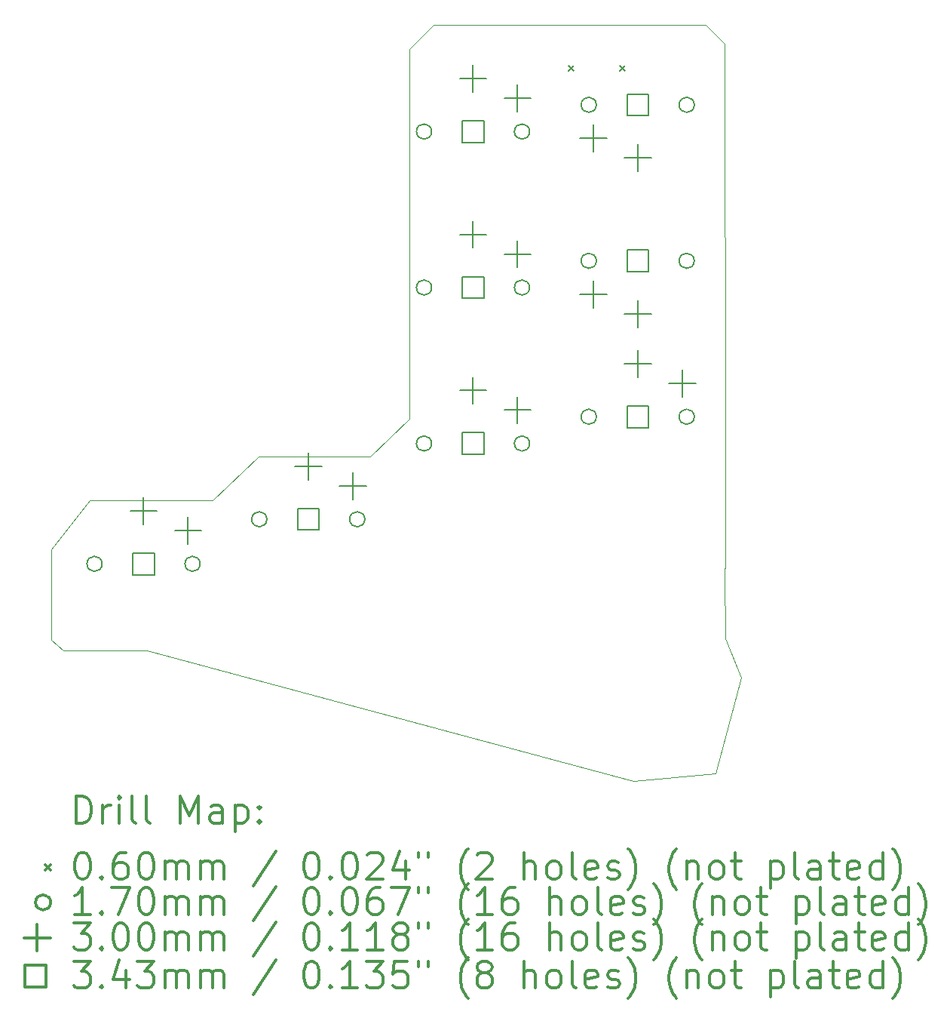
<source format=gbr>
%FSLAX45Y45*%
G04 Gerber Fmt 4.5, Leading zero omitted, Abs format (unit mm)*
G04 Created by KiCad (PCBNEW (5.1.4)-1) date 2023-01-09 13:33:57*
%MOMM*%
%LPD*%
G04 APERTURE LIST*
%ADD10C,0.050000*%
%ADD11C,0.200000*%
%ADD12C,0.300000*%
G04 APERTURE END LIST*
D10*
X9050000Y-43850000D02*
X7800000Y-43850000D01*
X6523279Y-46021295D02*
X6543279Y-46021295D01*
X9493279Y-39271295D02*
X9493279Y-43421295D01*
X12925419Y-47405040D02*
X12003279Y-47491295D01*
X12925419Y-47405040D02*
X13213232Y-46328860D01*
X13031346Y-39391871D02*
X13031480Y-39216016D01*
X13033920Y-43349053D02*
X13032767Y-45050023D01*
X13033421Y-45883812D02*
X13032185Y-45151986D01*
X13033421Y-45883812D02*
X13213232Y-46328860D01*
X13031480Y-39216016D02*
X12813279Y-39001295D01*
X7800000Y-43850000D02*
X7283279Y-44341295D01*
X9763279Y-39001295D02*
X9493279Y-39271295D01*
X9763279Y-39001295D02*
X12813279Y-39001295D01*
X5463279Y-44891295D02*
X5463279Y-45901295D01*
X5463279Y-44891295D02*
X5903279Y-44341295D01*
X5463279Y-45901295D02*
X5603279Y-46021295D01*
X6523279Y-46021295D02*
X5603279Y-46021295D01*
X9050000Y-43850000D02*
X9493279Y-43421295D01*
X13031346Y-39391871D02*
X13033920Y-43349053D01*
X13032185Y-45151986D02*
X13032767Y-45050023D01*
X12003279Y-47491295D02*
X6543279Y-46021295D01*
X7283279Y-44341295D02*
X5903279Y-44341295D01*
D11*
X11273000Y-39459000D02*
X11333000Y-39519000D01*
X11333000Y-39459000D02*
X11273000Y-39519000D01*
X11851000Y-39459000D02*
X11911000Y-39519000D01*
X11911000Y-39459000D02*
X11851000Y-39519000D01*
X9738369Y-43701295D02*
G75*
G03X9738369Y-43701295I-85090J0D01*
G01*
X10838369Y-43701295D02*
G75*
G03X10838369Y-43701295I-85090J0D01*
G01*
X9738369Y-41951295D02*
G75*
G03X9738369Y-41951295I-85090J0D01*
G01*
X10838369Y-41951295D02*
G75*
G03X10838369Y-41951295I-85090J0D01*
G01*
X7888369Y-44551295D02*
G75*
G03X7888369Y-44551295I-85090J0D01*
G01*
X8988369Y-44551295D02*
G75*
G03X8988369Y-44551295I-85090J0D01*
G01*
X11588369Y-43401295D02*
G75*
G03X11588369Y-43401295I-85090J0D01*
G01*
X12688369Y-43401295D02*
G75*
G03X12688369Y-43401295I-85090J0D01*
G01*
X11588369Y-41651295D02*
G75*
G03X11588369Y-41651295I-85090J0D01*
G01*
X12688369Y-41651295D02*
G75*
G03X12688369Y-41651295I-85090J0D01*
G01*
X11588369Y-39901295D02*
G75*
G03X11588369Y-39901295I-85090J0D01*
G01*
X12688369Y-39901295D02*
G75*
G03X12688369Y-39901295I-85090J0D01*
G01*
X6038369Y-45051295D02*
G75*
G03X6038369Y-45051295I-85090J0D01*
G01*
X7138369Y-45051295D02*
G75*
G03X7138369Y-45051295I-85090J0D01*
G01*
X9738369Y-40201295D02*
G75*
G03X9738369Y-40201295I-85090J0D01*
G01*
X10838369Y-40201295D02*
G75*
G03X10838369Y-40201295I-85090J0D01*
G01*
X11553279Y-40126295D02*
X11553279Y-40426295D01*
X11403279Y-40276295D02*
X11703279Y-40276295D01*
X12053279Y-40346295D02*
X12053279Y-40646295D01*
X11903279Y-40496295D02*
X12203279Y-40496295D01*
X6503279Y-44306295D02*
X6503279Y-44606295D01*
X6353279Y-44456295D02*
X6653279Y-44456295D01*
X7003279Y-44526295D02*
X7003279Y-44826295D01*
X6853279Y-44676295D02*
X7153279Y-44676295D01*
X10203279Y-39456295D02*
X10203279Y-39756295D01*
X10053279Y-39606295D02*
X10353279Y-39606295D01*
X10703279Y-39676295D02*
X10703279Y-39976295D01*
X10553279Y-39826295D02*
X10853279Y-39826295D01*
X10203279Y-42956295D02*
X10203279Y-43256295D01*
X10053279Y-43106295D02*
X10353279Y-43106295D01*
X10703279Y-43176295D02*
X10703279Y-43476295D01*
X10553279Y-43326295D02*
X10853279Y-43326295D01*
X10203279Y-41206295D02*
X10203279Y-41506295D01*
X10053279Y-41356295D02*
X10353279Y-41356295D01*
X10703279Y-41426295D02*
X10703279Y-41726295D01*
X10553279Y-41576295D02*
X10853279Y-41576295D01*
X8353279Y-43806295D02*
X8353279Y-44106295D01*
X8203279Y-43956295D02*
X8503279Y-43956295D01*
X8853279Y-44026295D02*
X8853279Y-44326295D01*
X8703279Y-44176295D02*
X9003279Y-44176295D01*
X12053279Y-42656295D02*
X12053279Y-42956295D01*
X11903279Y-42806295D02*
X12203279Y-42806295D01*
X12553279Y-42876295D02*
X12553279Y-43176295D01*
X12403279Y-43026295D02*
X12703279Y-43026295D01*
X11553279Y-41876295D02*
X11553279Y-42176295D01*
X11403279Y-42026295D02*
X11703279Y-42026295D01*
X12053279Y-42096295D02*
X12053279Y-42396295D01*
X11903279Y-42246295D02*
X12203279Y-42246295D01*
X6624513Y-45172530D02*
X6624513Y-44930061D01*
X6382044Y-44930061D01*
X6382044Y-45172530D01*
X6624513Y-45172530D01*
X10324514Y-40322530D02*
X10324514Y-40080061D01*
X10082044Y-40080061D01*
X10082044Y-40322530D01*
X10324514Y-40322530D01*
X8474514Y-44672530D02*
X8474514Y-44430061D01*
X8232044Y-44430061D01*
X8232044Y-44672530D01*
X8474514Y-44672530D01*
X12174513Y-43522530D02*
X12174513Y-43280061D01*
X11932044Y-43280061D01*
X11932044Y-43522530D01*
X12174513Y-43522530D01*
X12174514Y-40022530D02*
X12174514Y-39780061D01*
X11932044Y-39780061D01*
X11932044Y-40022530D01*
X12174514Y-40022530D01*
X10324514Y-43822530D02*
X10324514Y-43580061D01*
X10082044Y-43580061D01*
X10082044Y-43822530D01*
X10324514Y-43822530D01*
X10324514Y-42072530D02*
X10324514Y-41830061D01*
X10082044Y-41830061D01*
X10082044Y-42072530D01*
X10324514Y-42072530D01*
X12174513Y-41772530D02*
X12174513Y-41530061D01*
X11932044Y-41530061D01*
X11932044Y-41772530D01*
X12174513Y-41772530D01*
D12*
X5747207Y-47959509D02*
X5747207Y-47659509D01*
X5818636Y-47659509D01*
X5861493Y-47673795D01*
X5890064Y-47702367D01*
X5904350Y-47730938D01*
X5918636Y-47788081D01*
X5918636Y-47830938D01*
X5904350Y-47888081D01*
X5890064Y-47916652D01*
X5861493Y-47945224D01*
X5818636Y-47959509D01*
X5747207Y-47959509D01*
X6047207Y-47959509D02*
X6047207Y-47759509D01*
X6047207Y-47816652D02*
X6061493Y-47788081D01*
X6075779Y-47773795D01*
X6104350Y-47759509D01*
X6132922Y-47759509D01*
X6232922Y-47959509D02*
X6232922Y-47759509D01*
X6232922Y-47659509D02*
X6218636Y-47673795D01*
X6232922Y-47688081D01*
X6247207Y-47673795D01*
X6232922Y-47659509D01*
X6232922Y-47688081D01*
X6418636Y-47959509D02*
X6390064Y-47945224D01*
X6375779Y-47916652D01*
X6375779Y-47659509D01*
X6575779Y-47959509D02*
X6547207Y-47945224D01*
X6532922Y-47916652D01*
X6532922Y-47659509D01*
X6918636Y-47959509D02*
X6918636Y-47659509D01*
X7018636Y-47873795D01*
X7118636Y-47659509D01*
X7118636Y-47959509D01*
X7390064Y-47959509D02*
X7390064Y-47802367D01*
X7375779Y-47773795D01*
X7347207Y-47759509D01*
X7290064Y-47759509D01*
X7261493Y-47773795D01*
X7390064Y-47945224D02*
X7361493Y-47959509D01*
X7290064Y-47959509D01*
X7261493Y-47945224D01*
X7247207Y-47916652D01*
X7247207Y-47888081D01*
X7261493Y-47859509D01*
X7290064Y-47845224D01*
X7361493Y-47845224D01*
X7390064Y-47830938D01*
X7532922Y-47759509D02*
X7532922Y-48059509D01*
X7532922Y-47773795D02*
X7561493Y-47759509D01*
X7618636Y-47759509D01*
X7647207Y-47773795D01*
X7661493Y-47788081D01*
X7675779Y-47816652D01*
X7675779Y-47902367D01*
X7661493Y-47930938D01*
X7647207Y-47945224D01*
X7618636Y-47959509D01*
X7561493Y-47959509D01*
X7532922Y-47945224D01*
X7804350Y-47930938D02*
X7818636Y-47945224D01*
X7804350Y-47959509D01*
X7790064Y-47945224D01*
X7804350Y-47930938D01*
X7804350Y-47959509D01*
X7804350Y-47773795D02*
X7818636Y-47788081D01*
X7804350Y-47802367D01*
X7790064Y-47788081D01*
X7804350Y-47773795D01*
X7804350Y-47802367D01*
X5400779Y-48423795D02*
X5460779Y-48483795D01*
X5460779Y-48423795D02*
X5400779Y-48483795D01*
X5804350Y-48289509D02*
X5832922Y-48289509D01*
X5861493Y-48303795D01*
X5875779Y-48318081D01*
X5890064Y-48346652D01*
X5904350Y-48403795D01*
X5904350Y-48475224D01*
X5890064Y-48532367D01*
X5875779Y-48560938D01*
X5861493Y-48575224D01*
X5832922Y-48589509D01*
X5804350Y-48589509D01*
X5775779Y-48575224D01*
X5761493Y-48560938D01*
X5747207Y-48532367D01*
X5732922Y-48475224D01*
X5732922Y-48403795D01*
X5747207Y-48346652D01*
X5761493Y-48318081D01*
X5775779Y-48303795D01*
X5804350Y-48289509D01*
X6032922Y-48560938D02*
X6047207Y-48575224D01*
X6032922Y-48589509D01*
X6018636Y-48575224D01*
X6032922Y-48560938D01*
X6032922Y-48589509D01*
X6304350Y-48289509D02*
X6247207Y-48289509D01*
X6218636Y-48303795D01*
X6204350Y-48318081D01*
X6175779Y-48360938D01*
X6161493Y-48418081D01*
X6161493Y-48532367D01*
X6175779Y-48560938D01*
X6190064Y-48575224D01*
X6218636Y-48589509D01*
X6275779Y-48589509D01*
X6304350Y-48575224D01*
X6318636Y-48560938D01*
X6332922Y-48532367D01*
X6332922Y-48460938D01*
X6318636Y-48432367D01*
X6304350Y-48418081D01*
X6275779Y-48403795D01*
X6218636Y-48403795D01*
X6190064Y-48418081D01*
X6175779Y-48432367D01*
X6161493Y-48460938D01*
X6518636Y-48289509D02*
X6547207Y-48289509D01*
X6575779Y-48303795D01*
X6590064Y-48318081D01*
X6604350Y-48346652D01*
X6618636Y-48403795D01*
X6618636Y-48475224D01*
X6604350Y-48532367D01*
X6590064Y-48560938D01*
X6575779Y-48575224D01*
X6547207Y-48589509D01*
X6518636Y-48589509D01*
X6490064Y-48575224D01*
X6475779Y-48560938D01*
X6461493Y-48532367D01*
X6447207Y-48475224D01*
X6447207Y-48403795D01*
X6461493Y-48346652D01*
X6475779Y-48318081D01*
X6490064Y-48303795D01*
X6518636Y-48289509D01*
X6747207Y-48589509D02*
X6747207Y-48389509D01*
X6747207Y-48418081D02*
X6761493Y-48403795D01*
X6790064Y-48389509D01*
X6832922Y-48389509D01*
X6861493Y-48403795D01*
X6875779Y-48432367D01*
X6875779Y-48589509D01*
X6875779Y-48432367D02*
X6890064Y-48403795D01*
X6918636Y-48389509D01*
X6961493Y-48389509D01*
X6990064Y-48403795D01*
X7004350Y-48432367D01*
X7004350Y-48589509D01*
X7147207Y-48589509D02*
X7147207Y-48389509D01*
X7147207Y-48418081D02*
X7161493Y-48403795D01*
X7190064Y-48389509D01*
X7232922Y-48389509D01*
X7261493Y-48403795D01*
X7275779Y-48432367D01*
X7275779Y-48589509D01*
X7275779Y-48432367D02*
X7290064Y-48403795D01*
X7318636Y-48389509D01*
X7361493Y-48389509D01*
X7390064Y-48403795D01*
X7404350Y-48432367D01*
X7404350Y-48589509D01*
X7990064Y-48275224D02*
X7732922Y-48660938D01*
X8375779Y-48289509D02*
X8404350Y-48289509D01*
X8432922Y-48303795D01*
X8447207Y-48318081D01*
X8461493Y-48346652D01*
X8475779Y-48403795D01*
X8475779Y-48475224D01*
X8461493Y-48532367D01*
X8447207Y-48560938D01*
X8432922Y-48575224D01*
X8404350Y-48589509D01*
X8375779Y-48589509D01*
X8347207Y-48575224D01*
X8332922Y-48560938D01*
X8318636Y-48532367D01*
X8304350Y-48475224D01*
X8304350Y-48403795D01*
X8318636Y-48346652D01*
X8332922Y-48318081D01*
X8347207Y-48303795D01*
X8375779Y-48289509D01*
X8604350Y-48560938D02*
X8618636Y-48575224D01*
X8604350Y-48589509D01*
X8590065Y-48575224D01*
X8604350Y-48560938D01*
X8604350Y-48589509D01*
X8804350Y-48289509D02*
X8832922Y-48289509D01*
X8861493Y-48303795D01*
X8875779Y-48318081D01*
X8890065Y-48346652D01*
X8904350Y-48403795D01*
X8904350Y-48475224D01*
X8890065Y-48532367D01*
X8875779Y-48560938D01*
X8861493Y-48575224D01*
X8832922Y-48589509D01*
X8804350Y-48589509D01*
X8775779Y-48575224D01*
X8761493Y-48560938D01*
X8747207Y-48532367D01*
X8732922Y-48475224D01*
X8732922Y-48403795D01*
X8747207Y-48346652D01*
X8761493Y-48318081D01*
X8775779Y-48303795D01*
X8804350Y-48289509D01*
X9018636Y-48318081D02*
X9032922Y-48303795D01*
X9061493Y-48289509D01*
X9132922Y-48289509D01*
X9161493Y-48303795D01*
X9175779Y-48318081D01*
X9190065Y-48346652D01*
X9190065Y-48375224D01*
X9175779Y-48418081D01*
X9004350Y-48589509D01*
X9190065Y-48589509D01*
X9447207Y-48389509D02*
X9447207Y-48589509D01*
X9375779Y-48275224D02*
X9304350Y-48489509D01*
X9490065Y-48489509D01*
X9590065Y-48289509D02*
X9590065Y-48346652D01*
X9704350Y-48289509D02*
X9704350Y-48346652D01*
X10147207Y-48703795D02*
X10132922Y-48689509D01*
X10104350Y-48646652D01*
X10090065Y-48618081D01*
X10075779Y-48575224D01*
X10061493Y-48503795D01*
X10061493Y-48446652D01*
X10075779Y-48375224D01*
X10090065Y-48332367D01*
X10104350Y-48303795D01*
X10132922Y-48260938D01*
X10147207Y-48246652D01*
X10247207Y-48318081D02*
X10261493Y-48303795D01*
X10290065Y-48289509D01*
X10361493Y-48289509D01*
X10390065Y-48303795D01*
X10404350Y-48318081D01*
X10418636Y-48346652D01*
X10418636Y-48375224D01*
X10404350Y-48418081D01*
X10232922Y-48589509D01*
X10418636Y-48589509D01*
X10775779Y-48589509D02*
X10775779Y-48289509D01*
X10904350Y-48589509D02*
X10904350Y-48432367D01*
X10890065Y-48403795D01*
X10861493Y-48389509D01*
X10818636Y-48389509D01*
X10790065Y-48403795D01*
X10775779Y-48418081D01*
X11090065Y-48589509D02*
X11061493Y-48575224D01*
X11047207Y-48560938D01*
X11032922Y-48532367D01*
X11032922Y-48446652D01*
X11047207Y-48418081D01*
X11061493Y-48403795D01*
X11090065Y-48389509D01*
X11132922Y-48389509D01*
X11161493Y-48403795D01*
X11175779Y-48418081D01*
X11190064Y-48446652D01*
X11190064Y-48532367D01*
X11175779Y-48560938D01*
X11161493Y-48575224D01*
X11132922Y-48589509D01*
X11090065Y-48589509D01*
X11361493Y-48589509D02*
X11332922Y-48575224D01*
X11318636Y-48546652D01*
X11318636Y-48289509D01*
X11590064Y-48575224D02*
X11561493Y-48589509D01*
X11504350Y-48589509D01*
X11475779Y-48575224D01*
X11461493Y-48546652D01*
X11461493Y-48432367D01*
X11475779Y-48403795D01*
X11504350Y-48389509D01*
X11561493Y-48389509D01*
X11590064Y-48403795D01*
X11604350Y-48432367D01*
X11604350Y-48460938D01*
X11461493Y-48489509D01*
X11718636Y-48575224D02*
X11747207Y-48589509D01*
X11804350Y-48589509D01*
X11832922Y-48575224D01*
X11847207Y-48546652D01*
X11847207Y-48532367D01*
X11832922Y-48503795D01*
X11804350Y-48489509D01*
X11761493Y-48489509D01*
X11732922Y-48475224D01*
X11718636Y-48446652D01*
X11718636Y-48432367D01*
X11732922Y-48403795D01*
X11761493Y-48389509D01*
X11804350Y-48389509D01*
X11832922Y-48403795D01*
X11947207Y-48703795D02*
X11961493Y-48689509D01*
X11990064Y-48646652D01*
X12004350Y-48618081D01*
X12018636Y-48575224D01*
X12032922Y-48503795D01*
X12032922Y-48446652D01*
X12018636Y-48375224D01*
X12004350Y-48332367D01*
X11990064Y-48303795D01*
X11961493Y-48260938D01*
X11947207Y-48246652D01*
X12490064Y-48703795D02*
X12475779Y-48689509D01*
X12447207Y-48646652D01*
X12432922Y-48618081D01*
X12418636Y-48575224D01*
X12404350Y-48503795D01*
X12404350Y-48446652D01*
X12418636Y-48375224D01*
X12432922Y-48332367D01*
X12447207Y-48303795D01*
X12475779Y-48260938D01*
X12490064Y-48246652D01*
X12604350Y-48389509D02*
X12604350Y-48589509D01*
X12604350Y-48418081D02*
X12618636Y-48403795D01*
X12647207Y-48389509D01*
X12690064Y-48389509D01*
X12718636Y-48403795D01*
X12732922Y-48432367D01*
X12732922Y-48589509D01*
X12918636Y-48589509D02*
X12890064Y-48575224D01*
X12875779Y-48560938D01*
X12861493Y-48532367D01*
X12861493Y-48446652D01*
X12875779Y-48418081D01*
X12890064Y-48403795D01*
X12918636Y-48389509D01*
X12961493Y-48389509D01*
X12990064Y-48403795D01*
X13004350Y-48418081D01*
X13018636Y-48446652D01*
X13018636Y-48532367D01*
X13004350Y-48560938D01*
X12990064Y-48575224D01*
X12961493Y-48589509D01*
X12918636Y-48589509D01*
X13104350Y-48389509D02*
X13218636Y-48389509D01*
X13147207Y-48289509D02*
X13147207Y-48546652D01*
X13161493Y-48575224D01*
X13190064Y-48589509D01*
X13218636Y-48589509D01*
X13547207Y-48389509D02*
X13547207Y-48689509D01*
X13547207Y-48403795D02*
X13575779Y-48389509D01*
X13632922Y-48389509D01*
X13661493Y-48403795D01*
X13675779Y-48418081D01*
X13690064Y-48446652D01*
X13690064Y-48532367D01*
X13675779Y-48560938D01*
X13661493Y-48575224D01*
X13632922Y-48589509D01*
X13575779Y-48589509D01*
X13547207Y-48575224D01*
X13861493Y-48589509D02*
X13832922Y-48575224D01*
X13818636Y-48546652D01*
X13818636Y-48289509D01*
X14104350Y-48589509D02*
X14104350Y-48432367D01*
X14090064Y-48403795D01*
X14061493Y-48389509D01*
X14004350Y-48389509D01*
X13975779Y-48403795D01*
X14104350Y-48575224D02*
X14075779Y-48589509D01*
X14004350Y-48589509D01*
X13975779Y-48575224D01*
X13961493Y-48546652D01*
X13961493Y-48518081D01*
X13975779Y-48489509D01*
X14004350Y-48475224D01*
X14075779Y-48475224D01*
X14104350Y-48460938D01*
X14204350Y-48389509D02*
X14318636Y-48389509D01*
X14247207Y-48289509D02*
X14247207Y-48546652D01*
X14261493Y-48575224D01*
X14290064Y-48589509D01*
X14318636Y-48589509D01*
X14532922Y-48575224D02*
X14504350Y-48589509D01*
X14447207Y-48589509D01*
X14418636Y-48575224D01*
X14404350Y-48546652D01*
X14404350Y-48432367D01*
X14418636Y-48403795D01*
X14447207Y-48389509D01*
X14504350Y-48389509D01*
X14532922Y-48403795D01*
X14547207Y-48432367D01*
X14547207Y-48460938D01*
X14404350Y-48489509D01*
X14804350Y-48589509D02*
X14804350Y-48289509D01*
X14804350Y-48575224D02*
X14775779Y-48589509D01*
X14718636Y-48589509D01*
X14690064Y-48575224D01*
X14675779Y-48560938D01*
X14661493Y-48532367D01*
X14661493Y-48446652D01*
X14675779Y-48418081D01*
X14690064Y-48403795D01*
X14718636Y-48389509D01*
X14775779Y-48389509D01*
X14804350Y-48403795D01*
X14918636Y-48703795D02*
X14932922Y-48689509D01*
X14961493Y-48646652D01*
X14975779Y-48618081D01*
X14990064Y-48575224D01*
X15004350Y-48503795D01*
X15004350Y-48446652D01*
X14990064Y-48375224D01*
X14975779Y-48332367D01*
X14961493Y-48303795D01*
X14932922Y-48260938D01*
X14918636Y-48246652D01*
X5460779Y-48849795D02*
G75*
G03X5460779Y-48849795I-85090J0D01*
G01*
X5904350Y-48985509D02*
X5732922Y-48985509D01*
X5818636Y-48985509D02*
X5818636Y-48685509D01*
X5790064Y-48728367D01*
X5761493Y-48756938D01*
X5732922Y-48771224D01*
X6032922Y-48956938D02*
X6047207Y-48971224D01*
X6032922Y-48985509D01*
X6018636Y-48971224D01*
X6032922Y-48956938D01*
X6032922Y-48985509D01*
X6147207Y-48685509D02*
X6347207Y-48685509D01*
X6218636Y-48985509D01*
X6518636Y-48685509D02*
X6547207Y-48685509D01*
X6575779Y-48699795D01*
X6590064Y-48714081D01*
X6604350Y-48742652D01*
X6618636Y-48799795D01*
X6618636Y-48871224D01*
X6604350Y-48928367D01*
X6590064Y-48956938D01*
X6575779Y-48971224D01*
X6547207Y-48985509D01*
X6518636Y-48985509D01*
X6490064Y-48971224D01*
X6475779Y-48956938D01*
X6461493Y-48928367D01*
X6447207Y-48871224D01*
X6447207Y-48799795D01*
X6461493Y-48742652D01*
X6475779Y-48714081D01*
X6490064Y-48699795D01*
X6518636Y-48685509D01*
X6747207Y-48985509D02*
X6747207Y-48785509D01*
X6747207Y-48814081D02*
X6761493Y-48799795D01*
X6790064Y-48785509D01*
X6832922Y-48785509D01*
X6861493Y-48799795D01*
X6875779Y-48828367D01*
X6875779Y-48985509D01*
X6875779Y-48828367D02*
X6890064Y-48799795D01*
X6918636Y-48785509D01*
X6961493Y-48785509D01*
X6990064Y-48799795D01*
X7004350Y-48828367D01*
X7004350Y-48985509D01*
X7147207Y-48985509D02*
X7147207Y-48785509D01*
X7147207Y-48814081D02*
X7161493Y-48799795D01*
X7190064Y-48785509D01*
X7232922Y-48785509D01*
X7261493Y-48799795D01*
X7275779Y-48828367D01*
X7275779Y-48985509D01*
X7275779Y-48828367D02*
X7290064Y-48799795D01*
X7318636Y-48785509D01*
X7361493Y-48785509D01*
X7390064Y-48799795D01*
X7404350Y-48828367D01*
X7404350Y-48985509D01*
X7990064Y-48671224D02*
X7732922Y-49056938D01*
X8375779Y-48685509D02*
X8404350Y-48685509D01*
X8432922Y-48699795D01*
X8447207Y-48714081D01*
X8461493Y-48742652D01*
X8475779Y-48799795D01*
X8475779Y-48871224D01*
X8461493Y-48928367D01*
X8447207Y-48956938D01*
X8432922Y-48971224D01*
X8404350Y-48985509D01*
X8375779Y-48985509D01*
X8347207Y-48971224D01*
X8332922Y-48956938D01*
X8318636Y-48928367D01*
X8304350Y-48871224D01*
X8304350Y-48799795D01*
X8318636Y-48742652D01*
X8332922Y-48714081D01*
X8347207Y-48699795D01*
X8375779Y-48685509D01*
X8604350Y-48956938D02*
X8618636Y-48971224D01*
X8604350Y-48985509D01*
X8590065Y-48971224D01*
X8604350Y-48956938D01*
X8604350Y-48985509D01*
X8804350Y-48685509D02*
X8832922Y-48685509D01*
X8861493Y-48699795D01*
X8875779Y-48714081D01*
X8890065Y-48742652D01*
X8904350Y-48799795D01*
X8904350Y-48871224D01*
X8890065Y-48928367D01*
X8875779Y-48956938D01*
X8861493Y-48971224D01*
X8832922Y-48985509D01*
X8804350Y-48985509D01*
X8775779Y-48971224D01*
X8761493Y-48956938D01*
X8747207Y-48928367D01*
X8732922Y-48871224D01*
X8732922Y-48799795D01*
X8747207Y-48742652D01*
X8761493Y-48714081D01*
X8775779Y-48699795D01*
X8804350Y-48685509D01*
X9161493Y-48685509D02*
X9104350Y-48685509D01*
X9075779Y-48699795D01*
X9061493Y-48714081D01*
X9032922Y-48756938D01*
X9018636Y-48814081D01*
X9018636Y-48928367D01*
X9032922Y-48956938D01*
X9047207Y-48971224D01*
X9075779Y-48985509D01*
X9132922Y-48985509D01*
X9161493Y-48971224D01*
X9175779Y-48956938D01*
X9190065Y-48928367D01*
X9190065Y-48856938D01*
X9175779Y-48828367D01*
X9161493Y-48814081D01*
X9132922Y-48799795D01*
X9075779Y-48799795D01*
X9047207Y-48814081D01*
X9032922Y-48828367D01*
X9018636Y-48856938D01*
X9290065Y-48685509D02*
X9490065Y-48685509D01*
X9361493Y-48985509D01*
X9590065Y-48685509D02*
X9590065Y-48742652D01*
X9704350Y-48685509D02*
X9704350Y-48742652D01*
X10147207Y-49099795D02*
X10132922Y-49085509D01*
X10104350Y-49042652D01*
X10090065Y-49014081D01*
X10075779Y-48971224D01*
X10061493Y-48899795D01*
X10061493Y-48842652D01*
X10075779Y-48771224D01*
X10090065Y-48728367D01*
X10104350Y-48699795D01*
X10132922Y-48656938D01*
X10147207Y-48642652D01*
X10418636Y-48985509D02*
X10247207Y-48985509D01*
X10332922Y-48985509D02*
X10332922Y-48685509D01*
X10304350Y-48728367D01*
X10275779Y-48756938D01*
X10247207Y-48771224D01*
X10675779Y-48685509D02*
X10618636Y-48685509D01*
X10590065Y-48699795D01*
X10575779Y-48714081D01*
X10547207Y-48756938D01*
X10532922Y-48814081D01*
X10532922Y-48928367D01*
X10547207Y-48956938D01*
X10561493Y-48971224D01*
X10590065Y-48985509D01*
X10647207Y-48985509D01*
X10675779Y-48971224D01*
X10690065Y-48956938D01*
X10704350Y-48928367D01*
X10704350Y-48856938D01*
X10690065Y-48828367D01*
X10675779Y-48814081D01*
X10647207Y-48799795D01*
X10590065Y-48799795D01*
X10561493Y-48814081D01*
X10547207Y-48828367D01*
X10532922Y-48856938D01*
X11061493Y-48985509D02*
X11061493Y-48685509D01*
X11190064Y-48985509D02*
X11190064Y-48828367D01*
X11175779Y-48799795D01*
X11147207Y-48785509D01*
X11104350Y-48785509D01*
X11075779Y-48799795D01*
X11061493Y-48814081D01*
X11375779Y-48985509D02*
X11347207Y-48971224D01*
X11332922Y-48956938D01*
X11318636Y-48928367D01*
X11318636Y-48842652D01*
X11332922Y-48814081D01*
X11347207Y-48799795D01*
X11375779Y-48785509D01*
X11418636Y-48785509D01*
X11447207Y-48799795D01*
X11461493Y-48814081D01*
X11475779Y-48842652D01*
X11475779Y-48928367D01*
X11461493Y-48956938D01*
X11447207Y-48971224D01*
X11418636Y-48985509D01*
X11375779Y-48985509D01*
X11647207Y-48985509D02*
X11618636Y-48971224D01*
X11604350Y-48942652D01*
X11604350Y-48685509D01*
X11875779Y-48971224D02*
X11847207Y-48985509D01*
X11790064Y-48985509D01*
X11761493Y-48971224D01*
X11747207Y-48942652D01*
X11747207Y-48828367D01*
X11761493Y-48799795D01*
X11790064Y-48785509D01*
X11847207Y-48785509D01*
X11875779Y-48799795D01*
X11890064Y-48828367D01*
X11890064Y-48856938D01*
X11747207Y-48885509D01*
X12004350Y-48971224D02*
X12032922Y-48985509D01*
X12090064Y-48985509D01*
X12118636Y-48971224D01*
X12132922Y-48942652D01*
X12132922Y-48928367D01*
X12118636Y-48899795D01*
X12090064Y-48885509D01*
X12047207Y-48885509D01*
X12018636Y-48871224D01*
X12004350Y-48842652D01*
X12004350Y-48828367D01*
X12018636Y-48799795D01*
X12047207Y-48785509D01*
X12090064Y-48785509D01*
X12118636Y-48799795D01*
X12232922Y-49099795D02*
X12247207Y-49085509D01*
X12275779Y-49042652D01*
X12290064Y-49014081D01*
X12304350Y-48971224D01*
X12318636Y-48899795D01*
X12318636Y-48842652D01*
X12304350Y-48771224D01*
X12290064Y-48728367D01*
X12275779Y-48699795D01*
X12247207Y-48656938D01*
X12232922Y-48642652D01*
X12775779Y-49099795D02*
X12761493Y-49085509D01*
X12732922Y-49042652D01*
X12718636Y-49014081D01*
X12704350Y-48971224D01*
X12690064Y-48899795D01*
X12690064Y-48842652D01*
X12704350Y-48771224D01*
X12718636Y-48728367D01*
X12732922Y-48699795D01*
X12761493Y-48656938D01*
X12775779Y-48642652D01*
X12890064Y-48785509D02*
X12890064Y-48985509D01*
X12890064Y-48814081D02*
X12904350Y-48799795D01*
X12932922Y-48785509D01*
X12975779Y-48785509D01*
X13004350Y-48799795D01*
X13018636Y-48828367D01*
X13018636Y-48985509D01*
X13204350Y-48985509D02*
X13175779Y-48971224D01*
X13161493Y-48956938D01*
X13147207Y-48928367D01*
X13147207Y-48842652D01*
X13161493Y-48814081D01*
X13175779Y-48799795D01*
X13204350Y-48785509D01*
X13247207Y-48785509D01*
X13275779Y-48799795D01*
X13290064Y-48814081D01*
X13304350Y-48842652D01*
X13304350Y-48928367D01*
X13290064Y-48956938D01*
X13275779Y-48971224D01*
X13247207Y-48985509D01*
X13204350Y-48985509D01*
X13390064Y-48785509D02*
X13504350Y-48785509D01*
X13432922Y-48685509D02*
X13432922Y-48942652D01*
X13447207Y-48971224D01*
X13475779Y-48985509D01*
X13504350Y-48985509D01*
X13832922Y-48785509D02*
X13832922Y-49085509D01*
X13832922Y-48799795D02*
X13861493Y-48785509D01*
X13918636Y-48785509D01*
X13947207Y-48799795D01*
X13961493Y-48814081D01*
X13975779Y-48842652D01*
X13975779Y-48928367D01*
X13961493Y-48956938D01*
X13947207Y-48971224D01*
X13918636Y-48985509D01*
X13861493Y-48985509D01*
X13832922Y-48971224D01*
X14147207Y-48985509D02*
X14118636Y-48971224D01*
X14104350Y-48942652D01*
X14104350Y-48685509D01*
X14390064Y-48985509D02*
X14390064Y-48828367D01*
X14375779Y-48799795D01*
X14347207Y-48785509D01*
X14290064Y-48785509D01*
X14261493Y-48799795D01*
X14390064Y-48971224D02*
X14361493Y-48985509D01*
X14290064Y-48985509D01*
X14261493Y-48971224D01*
X14247207Y-48942652D01*
X14247207Y-48914081D01*
X14261493Y-48885509D01*
X14290064Y-48871224D01*
X14361493Y-48871224D01*
X14390064Y-48856938D01*
X14490064Y-48785509D02*
X14604350Y-48785509D01*
X14532922Y-48685509D02*
X14532922Y-48942652D01*
X14547207Y-48971224D01*
X14575779Y-48985509D01*
X14604350Y-48985509D01*
X14818636Y-48971224D02*
X14790064Y-48985509D01*
X14732922Y-48985509D01*
X14704350Y-48971224D01*
X14690064Y-48942652D01*
X14690064Y-48828367D01*
X14704350Y-48799795D01*
X14732922Y-48785509D01*
X14790064Y-48785509D01*
X14818636Y-48799795D01*
X14832922Y-48828367D01*
X14832922Y-48856938D01*
X14690064Y-48885509D01*
X15090064Y-48985509D02*
X15090064Y-48685509D01*
X15090064Y-48971224D02*
X15061493Y-48985509D01*
X15004350Y-48985509D01*
X14975779Y-48971224D01*
X14961493Y-48956938D01*
X14947207Y-48928367D01*
X14947207Y-48842652D01*
X14961493Y-48814081D01*
X14975779Y-48799795D01*
X15004350Y-48785509D01*
X15061493Y-48785509D01*
X15090064Y-48799795D01*
X15204350Y-49099795D02*
X15218636Y-49085509D01*
X15247207Y-49042652D01*
X15261493Y-49014081D01*
X15275779Y-48971224D01*
X15290064Y-48899795D01*
X15290064Y-48842652D01*
X15275779Y-48771224D01*
X15261493Y-48728367D01*
X15247207Y-48699795D01*
X15218636Y-48656938D01*
X15204350Y-48642652D01*
X5310779Y-49095795D02*
X5310779Y-49395795D01*
X5160779Y-49245795D02*
X5460779Y-49245795D01*
X5718636Y-49081509D02*
X5904350Y-49081509D01*
X5804350Y-49195795D01*
X5847207Y-49195795D01*
X5875779Y-49210081D01*
X5890064Y-49224367D01*
X5904350Y-49252938D01*
X5904350Y-49324367D01*
X5890064Y-49352938D01*
X5875779Y-49367224D01*
X5847207Y-49381509D01*
X5761493Y-49381509D01*
X5732922Y-49367224D01*
X5718636Y-49352938D01*
X6032922Y-49352938D02*
X6047207Y-49367224D01*
X6032922Y-49381509D01*
X6018636Y-49367224D01*
X6032922Y-49352938D01*
X6032922Y-49381509D01*
X6232922Y-49081509D02*
X6261493Y-49081509D01*
X6290064Y-49095795D01*
X6304350Y-49110081D01*
X6318636Y-49138652D01*
X6332922Y-49195795D01*
X6332922Y-49267224D01*
X6318636Y-49324367D01*
X6304350Y-49352938D01*
X6290064Y-49367224D01*
X6261493Y-49381509D01*
X6232922Y-49381509D01*
X6204350Y-49367224D01*
X6190064Y-49352938D01*
X6175779Y-49324367D01*
X6161493Y-49267224D01*
X6161493Y-49195795D01*
X6175779Y-49138652D01*
X6190064Y-49110081D01*
X6204350Y-49095795D01*
X6232922Y-49081509D01*
X6518636Y-49081509D02*
X6547207Y-49081509D01*
X6575779Y-49095795D01*
X6590064Y-49110081D01*
X6604350Y-49138652D01*
X6618636Y-49195795D01*
X6618636Y-49267224D01*
X6604350Y-49324367D01*
X6590064Y-49352938D01*
X6575779Y-49367224D01*
X6547207Y-49381509D01*
X6518636Y-49381509D01*
X6490064Y-49367224D01*
X6475779Y-49352938D01*
X6461493Y-49324367D01*
X6447207Y-49267224D01*
X6447207Y-49195795D01*
X6461493Y-49138652D01*
X6475779Y-49110081D01*
X6490064Y-49095795D01*
X6518636Y-49081509D01*
X6747207Y-49381509D02*
X6747207Y-49181509D01*
X6747207Y-49210081D02*
X6761493Y-49195795D01*
X6790064Y-49181509D01*
X6832922Y-49181509D01*
X6861493Y-49195795D01*
X6875779Y-49224367D01*
X6875779Y-49381509D01*
X6875779Y-49224367D02*
X6890064Y-49195795D01*
X6918636Y-49181509D01*
X6961493Y-49181509D01*
X6990064Y-49195795D01*
X7004350Y-49224367D01*
X7004350Y-49381509D01*
X7147207Y-49381509D02*
X7147207Y-49181509D01*
X7147207Y-49210081D02*
X7161493Y-49195795D01*
X7190064Y-49181509D01*
X7232922Y-49181509D01*
X7261493Y-49195795D01*
X7275779Y-49224367D01*
X7275779Y-49381509D01*
X7275779Y-49224367D02*
X7290064Y-49195795D01*
X7318636Y-49181509D01*
X7361493Y-49181509D01*
X7390064Y-49195795D01*
X7404350Y-49224367D01*
X7404350Y-49381509D01*
X7990064Y-49067224D02*
X7732922Y-49452938D01*
X8375779Y-49081509D02*
X8404350Y-49081509D01*
X8432922Y-49095795D01*
X8447207Y-49110081D01*
X8461493Y-49138652D01*
X8475779Y-49195795D01*
X8475779Y-49267224D01*
X8461493Y-49324367D01*
X8447207Y-49352938D01*
X8432922Y-49367224D01*
X8404350Y-49381509D01*
X8375779Y-49381509D01*
X8347207Y-49367224D01*
X8332922Y-49352938D01*
X8318636Y-49324367D01*
X8304350Y-49267224D01*
X8304350Y-49195795D01*
X8318636Y-49138652D01*
X8332922Y-49110081D01*
X8347207Y-49095795D01*
X8375779Y-49081509D01*
X8604350Y-49352938D02*
X8618636Y-49367224D01*
X8604350Y-49381509D01*
X8590065Y-49367224D01*
X8604350Y-49352938D01*
X8604350Y-49381509D01*
X8904350Y-49381509D02*
X8732922Y-49381509D01*
X8818636Y-49381509D02*
X8818636Y-49081509D01*
X8790065Y-49124367D01*
X8761493Y-49152938D01*
X8732922Y-49167224D01*
X9190065Y-49381509D02*
X9018636Y-49381509D01*
X9104350Y-49381509D02*
X9104350Y-49081509D01*
X9075779Y-49124367D01*
X9047207Y-49152938D01*
X9018636Y-49167224D01*
X9361493Y-49210081D02*
X9332922Y-49195795D01*
X9318636Y-49181509D01*
X9304350Y-49152938D01*
X9304350Y-49138652D01*
X9318636Y-49110081D01*
X9332922Y-49095795D01*
X9361493Y-49081509D01*
X9418636Y-49081509D01*
X9447207Y-49095795D01*
X9461493Y-49110081D01*
X9475779Y-49138652D01*
X9475779Y-49152938D01*
X9461493Y-49181509D01*
X9447207Y-49195795D01*
X9418636Y-49210081D01*
X9361493Y-49210081D01*
X9332922Y-49224367D01*
X9318636Y-49238652D01*
X9304350Y-49267224D01*
X9304350Y-49324367D01*
X9318636Y-49352938D01*
X9332922Y-49367224D01*
X9361493Y-49381509D01*
X9418636Y-49381509D01*
X9447207Y-49367224D01*
X9461493Y-49352938D01*
X9475779Y-49324367D01*
X9475779Y-49267224D01*
X9461493Y-49238652D01*
X9447207Y-49224367D01*
X9418636Y-49210081D01*
X9590065Y-49081509D02*
X9590065Y-49138652D01*
X9704350Y-49081509D02*
X9704350Y-49138652D01*
X10147207Y-49495795D02*
X10132922Y-49481509D01*
X10104350Y-49438652D01*
X10090065Y-49410081D01*
X10075779Y-49367224D01*
X10061493Y-49295795D01*
X10061493Y-49238652D01*
X10075779Y-49167224D01*
X10090065Y-49124367D01*
X10104350Y-49095795D01*
X10132922Y-49052938D01*
X10147207Y-49038652D01*
X10418636Y-49381509D02*
X10247207Y-49381509D01*
X10332922Y-49381509D02*
X10332922Y-49081509D01*
X10304350Y-49124367D01*
X10275779Y-49152938D01*
X10247207Y-49167224D01*
X10675779Y-49081509D02*
X10618636Y-49081509D01*
X10590065Y-49095795D01*
X10575779Y-49110081D01*
X10547207Y-49152938D01*
X10532922Y-49210081D01*
X10532922Y-49324367D01*
X10547207Y-49352938D01*
X10561493Y-49367224D01*
X10590065Y-49381509D01*
X10647207Y-49381509D01*
X10675779Y-49367224D01*
X10690065Y-49352938D01*
X10704350Y-49324367D01*
X10704350Y-49252938D01*
X10690065Y-49224367D01*
X10675779Y-49210081D01*
X10647207Y-49195795D01*
X10590065Y-49195795D01*
X10561493Y-49210081D01*
X10547207Y-49224367D01*
X10532922Y-49252938D01*
X11061493Y-49381509D02*
X11061493Y-49081509D01*
X11190064Y-49381509D02*
X11190064Y-49224367D01*
X11175779Y-49195795D01*
X11147207Y-49181509D01*
X11104350Y-49181509D01*
X11075779Y-49195795D01*
X11061493Y-49210081D01*
X11375779Y-49381509D02*
X11347207Y-49367224D01*
X11332922Y-49352938D01*
X11318636Y-49324367D01*
X11318636Y-49238652D01*
X11332922Y-49210081D01*
X11347207Y-49195795D01*
X11375779Y-49181509D01*
X11418636Y-49181509D01*
X11447207Y-49195795D01*
X11461493Y-49210081D01*
X11475779Y-49238652D01*
X11475779Y-49324367D01*
X11461493Y-49352938D01*
X11447207Y-49367224D01*
X11418636Y-49381509D01*
X11375779Y-49381509D01*
X11647207Y-49381509D02*
X11618636Y-49367224D01*
X11604350Y-49338652D01*
X11604350Y-49081509D01*
X11875779Y-49367224D02*
X11847207Y-49381509D01*
X11790064Y-49381509D01*
X11761493Y-49367224D01*
X11747207Y-49338652D01*
X11747207Y-49224367D01*
X11761493Y-49195795D01*
X11790064Y-49181509D01*
X11847207Y-49181509D01*
X11875779Y-49195795D01*
X11890064Y-49224367D01*
X11890064Y-49252938D01*
X11747207Y-49281509D01*
X12004350Y-49367224D02*
X12032922Y-49381509D01*
X12090064Y-49381509D01*
X12118636Y-49367224D01*
X12132922Y-49338652D01*
X12132922Y-49324367D01*
X12118636Y-49295795D01*
X12090064Y-49281509D01*
X12047207Y-49281509D01*
X12018636Y-49267224D01*
X12004350Y-49238652D01*
X12004350Y-49224367D01*
X12018636Y-49195795D01*
X12047207Y-49181509D01*
X12090064Y-49181509D01*
X12118636Y-49195795D01*
X12232922Y-49495795D02*
X12247207Y-49481509D01*
X12275779Y-49438652D01*
X12290064Y-49410081D01*
X12304350Y-49367224D01*
X12318636Y-49295795D01*
X12318636Y-49238652D01*
X12304350Y-49167224D01*
X12290064Y-49124367D01*
X12275779Y-49095795D01*
X12247207Y-49052938D01*
X12232922Y-49038652D01*
X12775779Y-49495795D02*
X12761493Y-49481509D01*
X12732922Y-49438652D01*
X12718636Y-49410081D01*
X12704350Y-49367224D01*
X12690064Y-49295795D01*
X12690064Y-49238652D01*
X12704350Y-49167224D01*
X12718636Y-49124367D01*
X12732922Y-49095795D01*
X12761493Y-49052938D01*
X12775779Y-49038652D01*
X12890064Y-49181509D02*
X12890064Y-49381509D01*
X12890064Y-49210081D02*
X12904350Y-49195795D01*
X12932922Y-49181509D01*
X12975779Y-49181509D01*
X13004350Y-49195795D01*
X13018636Y-49224367D01*
X13018636Y-49381509D01*
X13204350Y-49381509D02*
X13175779Y-49367224D01*
X13161493Y-49352938D01*
X13147207Y-49324367D01*
X13147207Y-49238652D01*
X13161493Y-49210081D01*
X13175779Y-49195795D01*
X13204350Y-49181509D01*
X13247207Y-49181509D01*
X13275779Y-49195795D01*
X13290064Y-49210081D01*
X13304350Y-49238652D01*
X13304350Y-49324367D01*
X13290064Y-49352938D01*
X13275779Y-49367224D01*
X13247207Y-49381509D01*
X13204350Y-49381509D01*
X13390064Y-49181509D02*
X13504350Y-49181509D01*
X13432922Y-49081509D02*
X13432922Y-49338652D01*
X13447207Y-49367224D01*
X13475779Y-49381509D01*
X13504350Y-49381509D01*
X13832922Y-49181509D02*
X13832922Y-49481509D01*
X13832922Y-49195795D02*
X13861493Y-49181509D01*
X13918636Y-49181509D01*
X13947207Y-49195795D01*
X13961493Y-49210081D01*
X13975779Y-49238652D01*
X13975779Y-49324367D01*
X13961493Y-49352938D01*
X13947207Y-49367224D01*
X13918636Y-49381509D01*
X13861493Y-49381509D01*
X13832922Y-49367224D01*
X14147207Y-49381509D02*
X14118636Y-49367224D01*
X14104350Y-49338652D01*
X14104350Y-49081509D01*
X14390064Y-49381509D02*
X14390064Y-49224367D01*
X14375779Y-49195795D01*
X14347207Y-49181509D01*
X14290064Y-49181509D01*
X14261493Y-49195795D01*
X14390064Y-49367224D02*
X14361493Y-49381509D01*
X14290064Y-49381509D01*
X14261493Y-49367224D01*
X14247207Y-49338652D01*
X14247207Y-49310081D01*
X14261493Y-49281509D01*
X14290064Y-49267224D01*
X14361493Y-49267224D01*
X14390064Y-49252938D01*
X14490064Y-49181509D02*
X14604350Y-49181509D01*
X14532922Y-49081509D02*
X14532922Y-49338652D01*
X14547207Y-49367224D01*
X14575779Y-49381509D01*
X14604350Y-49381509D01*
X14818636Y-49367224D02*
X14790064Y-49381509D01*
X14732922Y-49381509D01*
X14704350Y-49367224D01*
X14690064Y-49338652D01*
X14690064Y-49224367D01*
X14704350Y-49195795D01*
X14732922Y-49181509D01*
X14790064Y-49181509D01*
X14818636Y-49195795D01*
X14832922Y-49224367D01*
X14832922Y-49252938D01*
X14690064Y-49281509D01*
X15090064Y-49381509D02*
X15090064Y-49081509D01*
X15090064Y-49367224D02*
X15061493Y-49381509D01*
X15004350Y-49381509D01*
X14975779Y-49367224D01*
X14961493Y-49352938D01*
X14947207Y-49324367D01*
X14947207Y-49238652D01*
X14961493Y-49210081D01*
X14975779Y-49195795D01*
X15004350Y-49181509D01*
X15061493Y-49181509D01*
X15090064Y-49195795D01*
X15204350Y-49495795D02*
X15218636Y-49481509D01*
X15247207Y-49438652D01*
X15261493Y-49410081D01*
X15275779Y-49367224D01*
X15290064Y-49295795D01*
X15290064Y-49238652D01*
X15275779Y-49167224D01*
X15261493Y-49124367D01*
X15247207Y-49095795D01*
X15218636Y-49052938D01*
X15204350Y-49038652D01*
X5410563Y-49797030D02*
X5410563Y-49554561D01*
X5168094Y-49554561D01*
X5168094Y-49797030D01*
X5410563Y-49797030D01*
X5718636Y-49511509D02*
X5904350Y-49511509D01*
X5804350Y-49625795D01*
X5847207Y-49625795D01*
X5875779Y-49640081D01*
X5890064Y-49654367D01*
X5904350Y-49682938D01*
X5904350Y-49754367D01*
X5890064Y-49782938D01*
X5875779Y-49797224D01*
X5847207Y-49811509D01*
X5761493Y-49811509D01*
X5732922Y-49797224D01*
X5718636Y-49782938D01*
X6032922Y-49782938D02*
X6047207Y-49797224D01*
X6032922Y-49811509D01*
X6018636Y-49797224D01*
X6032922Y-49782938D01*
X6032922Y-49811509D01*
X6304350Y-49611509D02*
X6304350Y-49811509D01*
X6232922Y-49497224D02*
X6161493Y-49711509D01*
X6347207Y-49711509D01*
X6432922Y-49511509D02*
X6618636Y-49511509D01*
X6518636Y-49625795D01*
X6561493Y-49625795D01*
X6590064Y-49640081D01*
X6604350Y-49654367D01*
X6618636Y-49682938D01*
X6618636Y-49754367D01*
X6604350Y-49782938D01*
X6590064Y-49797224D01*
X6561493Y-49811509D01*
X6475779Y-49811509D01*
X6447207Y-49797224D01*
X6432922Y-49782938D01*
X6747207Y-49811509D02*
X6747207Y-49611509D01*
X6747207Y-49640081D02*
X6761493Y-49625795D01*
X6790064Y-49611509D01*
X6832922Y-49611509D01*
X6861493Y-49625795D01*
X6875779Y-49654367D01*
X6875779Y-49811509D01*
X6875779Y-49654367D02*
X6890064Y-49625795D01*
X6918636Y-49611509D01*
X6961493Y-49611509D01*
X6990064Y-49625795D01*
X7004350Y-49654367D01*
X7004350Y-49811509D01*
X7147207Y-49811509D02*
X7147207Y-49611509D01*
X7147207Y-49640081D02*
X7161493Y-49625795D01*
X7190064Y-49611509D01*
X7232922Y-49611509D01*
X7261493Y-49625795D01*
X7275779Y-49654367D01*
X7275779Y-49811509D01*
X7275779Y-49654367D02*
X7290064Y-49625795D01*
X7318636Y-49611509D01*
X7361493Y-49611509D01*
X7390064Y-49625795D01*
X7404350Y-49654367D01*
X7404350Y-49811509D01*
X7990064Y-49497224D02*
X7732922Y-49882938D01*
X8375779Y-49511509D02*
X8404350Y-49511509D01*
X8432922Y-49525795D01*
X8447207Y-49540081D01*
X8461493Y-49568652D01*
X8475779Y-49625795D01*
X8475779Y-49697224D01*
X8461493Y-49754367D01*
X8447207Y-49782938D01*
X8432922Y-49797224D01*
X8404350Y-49811509D01*
X8375779Y-49811509D01*
X8347207Y-49797224D01*
X8332922Y-49782938D01*
X8318636Y-49754367D01*
X8304350Y-49697224D01*
X8304350Y-49625795D01*
X8318636Y-49568652D01*
X8332922Y-49540081D01*
X8347207Y-49525795D01*
X8375779Y-49511509D01*
X8604350Y-49782938D02*
X8618636Y-49797224D01*
X8604350Y-49811509D01*
X8590065Y-49797224D01*
X8604350Y-49782938D01*
X8604350Y-49811509D01*
X8904350Y-49811509D02*
X8732922Y-49811509D01*
X8818636Y-49811509D02*
X8818636Y-49511509D01*
X8790065Y-49554367D01*
X8761493Y-49582938D01*
X8732922Y-49597224D01*
X9004350Y-49511509D02*
X9190065Y-49511509D01*
X9090065Y-49625795D01*
X9132922Y-49625795D01*
X9161493Y-49640081D01*
X9175779Y-49654367D01*
X9190065Y-49682938D01*
X9190065Y-49754367D01*
X9175779Y-49782938D01*
X9161493Y-49797224D01*
X9132922Y-49811509D01*
X9047207Y-49811509D01*
X9018636Y-49797224D01*
X9004350Y-49782938D01*
X9461493Y-49511509D02*
X9318636Y-49511509D01*
X9304350Y-49654367D01*
X9318636Y-49640081D01*
X9347207Y-49625795D01*
X9418636Y-49625795D01*
X9447207Y-49640081D01*
X9461493Y-49654367D01*
X9475779Y-49682938D01*
X9475779Y-49754367D01*
X9461493Y-49782938D01*
X9447207Y-49797224D01*
X9418636Y-49811509D01*
X9347207Y-49811509D01*
X9318636Y-49797224D01*
X9304350Y-49782938D01*
X9590065Y-49511509D02*
X9590065Y-49568652D01*
X9704350Y-49511509D02*
X9704350Y-49568652D01*
X10147207Y-49925795D02*
X10132922Y-49911509D01*
X10104350Y-49868652D01*
X10090065Y-49840081D01*
X10075779Y-49797224D01*
X10061493Y-49725795D01*
X10061493Y-49668652D01*
X10075779Y-49597224D01*
X10090065Y-49554367D01*
X10104350Y-49525795D01*
X10132922Y-49482938D01*
X10147207Y-49468652D01*
X10304350Y-49640081D02*
X10275779Y-49625795D01*
X10261493Y-49611509D01*
X10247207Y-49582938D01*
X10247207Y-49568652D01*
X10261493Y-49540081D01*
X10275779Y-49525795D01*
X10304350Y-49511509D01*
X10361493Y-49511509D01*
X10390065Y-49525795D01*
X10404350Y-49540081D01*
X10418636Y-49568652D01*
X10418636Y-49582938D01*
X10404350Y-49611509D01*
X10390065Y-49625795D01*
X10361493Y-49640081D01*
X10304350Y-49640081D01*
X10275779Y-49654367D01*
X10261493Y-49668652D01*
X10247207Y-49697224D01*
X10247207Y-49754367D01*
X10261493Y-49782938D01*
X10275779Y-49797224D01*
X10304350Y-49811509D01*
X10361493Y-49811509D01*
X10390065Y-49797224D01*
X10404350Y-49782938D01*
X10418636Y-49754367D01*
X10418636Y-49697224D01*
X10404350Y-49668652D01*
X10390065Y-49654367D01*
X10361493Y-49640081D01*
X10775779Y-49811509D02*
X10775779Y-49511509D01*
X10904350Y-49811509D02*
X10904350Y-49654367D01*
X10890065Y-49625795D01*
X10861493Y-49611509D01*
X10818636Y-49611509D01*
X10790065Y-49625795D01*
X10775779Y-49640081D01*
X11090065Y-49811509D02*
X11061493Y-49797224D01*
X11047207Y-49782938D01*
X11032922Y-49754367D01*
X11032922Y-49668652D01*
X11047207Y-49640081D01*
X11061493Y-49625795D01*
X11090065Y-49611509D01*
X11132922Y-49611509D01*
X11161493Y-49625795D01*
X11175779Y-49640081D01*
X11190064Y-49668652D01*
X11190064Y-49754367D01*
X11175779Y-49782938D01*
X11161493Y-49797224D01*
X11132922Y-49811509D01*
X11090065Y-49811509D01*
X11361493Y-49811509D02*
X11332922Y-49797224D01*
X11318636Y-49768652D01*
X11318636Y-49511509D01*
X11590064Y-49797224D02*
X11561493Y-49811509D01*
X11504350Y-49811509D01*
X11475779Y-49797224D01*
X11461493Y-49768652D01*
X11461493Y-49654367D01*
X11475779Y-49625795D01*
X11504350Y-49611509D01*
X11561493Y-49611509D01*
X11590064Y-49625795D01*
X11604350Y-49654367D01*
X11604350Y-49682938D01*
X11461493Y-49711509D01*
X11718636Y-49797224D02*
X11747207Y-49811509D01*
X11804350Y-49811509D01*
X11832922Y-49797224D01*
X11847207Y-49768652D01*
X11847207Y-49754367D01*
X11832922Y-49725795D01*
X11804350Y-49711509D01*
X11761493Y-49711509D01*
X11732922Y-49697224D01*
X11718636Y-49668652D01*
X11718636Y-49654367D01*
X11732922Y-49625795D01*
X11761493Y-49611509D01*
X11804350Y-49611509D01*
X11832922Y-49625795D01*
X11947207Y-49925795D02*
X11961493Y-49911509D01*
X11990064Y-49868652D01*
X12004350Y-49840081D01*
X12018636Y-49797224D01*
X12032922Y-49725795D01*
X12032922Y-49668652D01*
X12018636Y-49597224D01*
X12004350Y-49554367D01*
X11990064Y-49525795D01*
X11961493Y-49482938D01*
X11947207Y-49468652D01*
X12490064Y-49925795D02*
X12475779Y-49911509D01*
X12447207Y-49868652D01*
X12432922Y-49840081D01*
X12418636Y-49797224D01*
X12404350Y-49725795D01*
X12404350Y-49668652D01*
X12418636Y-49597224D01*
X12432922Y-49554367D01*
X12447207Y-49525795D01*
X12475779Y-49482938D01*
X12490064Y-49468652D01*
X12604350Y-49611509D02*
X12604350Y-49811509D01*
X12604350Y-49640081D02*
X12618636Y-49625795D01*
X12647207Y-49611509D01*
X12690064Y-49611509D01*
X12718636Y-49625795D01*
X12732922Y-49654367D01*
X12732922Y-49811509D01*
X12918636Y-49811509D02*
X12890064Y-49797224D01*
X12875779Y-49782938D01*
X12861493Y-49754367D01*
X12861493Y-49668652D01*
X12875779Y-49640081D01*
X12890064Y-49625795D01*
X12918636Y-49611509D01*
X12961493Y-49611509D01*
X12990064Y-49625795D01*
X13004350Y-49640081D01*
X13018636Y-49668652D01*
X13018636Y-49754367D01*
X13004350Y-49782938D01*
X12990064Y-49797224D01*
X12961493Y-49811509D01*
X12918636Y-49811509D01*
X13104350Y-49611509D02*
X13218636Y-49611509D01*
X13147207Y-49511509D02*
X13147207Y-49768652D01*
X13161493Y-49797224D01*
X13190064Y-49811509D01*
X13218636Y-49811509D01*
X13547207Y-49611509D02*
X13547207Y-49911509D01*
X13547207Y-49625795D02*
X13575779Y-49611509D01*
X13632922Y-49611509D01*
X13661493Y-49625795D01*
X13675779Y-49640081D01*
X13690064Y-49668652D01*
X13690064Y-49754367D01*
X13675779Y-49782938D01*
X13661493Y-49797224D01*
X13632922Y-49811509D01*
X13575779Y-49811509D01*
X13547207Y-49797224D01*
X13861493Y-49811509D02*
X13832922Y-49797224D01*
X13818636Y-49768652D01*
X13818636Y-49511509D01*
X14104350Y-49811509D02*
X14104350Y-49654367D01*
X14090064Y-49625795D01*
X14061493Y-49611509D01*
X14004350Y-49611509D01*
X13975779Y-49625795D01*
X14104350Y-49797224D02*
X14075779Y-49811509D01*
X14004350Y-49811509D01*
X13975779Y-49797224D01*
X13961493Y-49768652D01*
X13961493Y-49740081D01*
X13975779Y-49711509D01*
X14004350Y-49697224D01*
X14075779Y-49697224D01*
X14104350Y-49682938D01*
X14204350Y-49611509D02*
X14318636Y-49611509D01*
X14247207Y-49511509D02*
X14247207Y-49768652D01*
X14261493Y-49797224D01*
X14290064Y-49811509D01*
X14318636Y-49811509D01*
X14532922Y-49797224D02*
X14504350Y-49811509D01*
X14447207Y-49811509D01*
X14418636Y-49797224D01*
X14404350Y-49768652D01*
X14404350Y-49654367D01*
X14418636Y-49625795D01*
X14447207Y-49611509D01*
X14504350Y-49611509D01*
X14532922Y-49625795D01*
X14547207Y-49654367D01*
X14547207Y-49682938D01*
X14404350Y-49711509D01*
X14804350Y-49811509D02*
X14804350Y-49511509D01*
X14804350Y-49797224D02*
X14775779Y-49811509D01*
X14718636Y-49811509D01*
X14690064Y-49797224D01*
X14675779Y-49782938D01*
X14661493Y-49754367D01*
X14661493Y-49668652D01*
X14675779Y-49640081D01*
X14690064Y-49625795D01*
X14718636Y-49611509D01*
X14775779Y-49611509D01*
X14804350Y-49625795D01*
X14918636Y-49925795D02*
X14932922Y-49911509D01*
X14961493Y-49868652D01*
X14975779Y-49840081D01*
X14990064Y-49797224D01*
X15004350Y-49725795D01*
X15004350Y-49668652D01*
X14990064Y-49597224D01*
X14975779Y-49554367D01*
X14961493Y-49525795D01*
X14932922Y-49482938D01*
X14918636Y-49468652D01*
M02*

</source>
